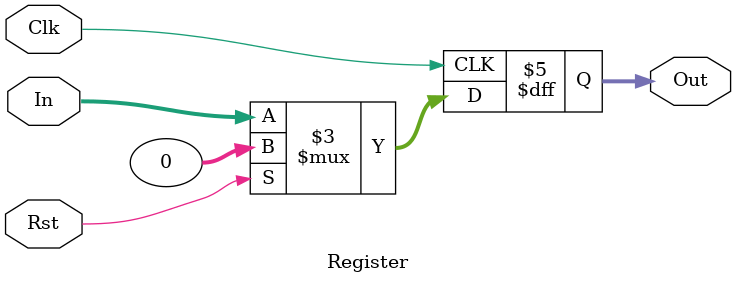
<source format=sv>
module Register #(parameter N = 32) (
	input wire Clk, Rst,
	input wire [N-1:0] In,
	output reg [N-1:0] Out
);

	always @(posedge Clk) begin
		if (Rst)
			Out <= 0;
		else
			Out <= In;
	end

endmodule
</source>
